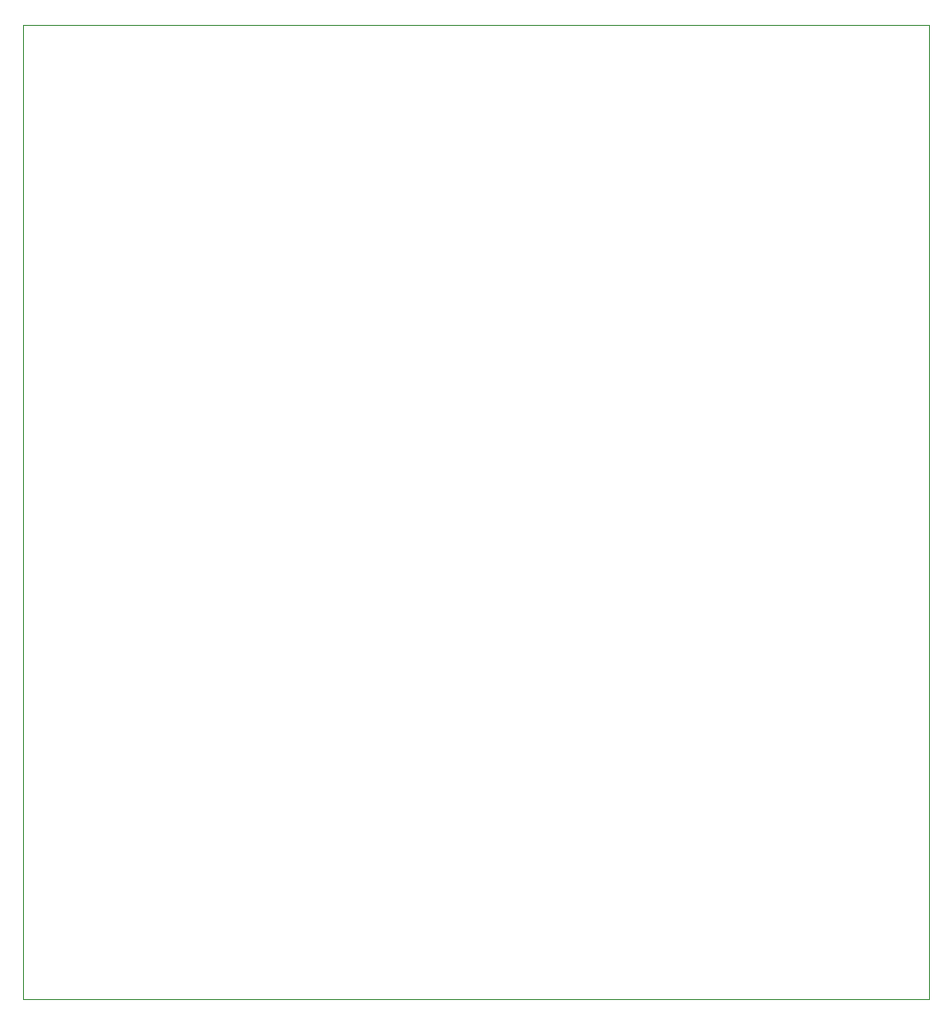
<source format=gm1>
G04 #@! TF.GenerationSoftware,KiCad,Pcbnew,6.0.0*
G04 #@! TF.CreationDate,2022-02-03T14:52:20-05:00*
G04 #@! TF.ProjectId,mama_board,6d616d61-5f62-46f6-9172-642e6b696361,rev?*
G04 #@! TF.SameCoordinates,Original*
G04 #@! TF.FileFunction,Profile,NP*
%FSLAX46Y46*%
G04 Gerber Fmt 4.6, Leading zero omitted, Abs format (unit mm)*
G04 Created by KiCad (PCBNEW 6.0.0) date 2022-02-03 14:52:20*
%MOMM*%
%LPD*%
G01*
G04 APERTURE LIST*
G04 #@! TA.AperFunction,Profile*
%ADD10C,0.100000*%
G04 #@! TD*
G04 APERTURE END LIST*
D10*
X188000000Y-152000000D02*
X188000000Y-66000000D01*
X108000000Y-152000000D02*
X188000000Y-152000000D01*
X108000000Y-66000000D02*
X108000000Y-152000000D01*
X188000000Y-66000000D02*
X108000000Y-66000000D01*
M02*

</source>
